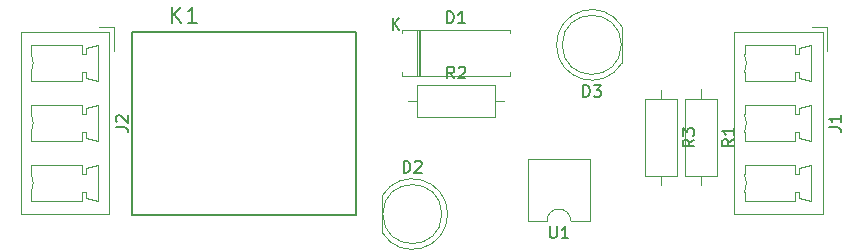
<source format=gbr>
%TF.GenerationSoftware,KiCad,Pcbnew,8.0.2*%
%TF.CreationDate,2024-06-20T13:36:58+03:00*%
%TF.ProjectId,r_le,72f66c65-2e6b-4696-9361-645f70636258,rev?*%
%TF.SameCoordinates,Original*%
%TF.FileFunction,Legend,Top*%
%TF.FilePolarity,Positive*%
%FSLAX46Y46*%
G04 Gerber Fmt 4.6, Leading zero omitted, Abs format (unit mm)*
G04 Created by KiCad (PCBNEW 8.0.2) date 2024-06-20 13:36:58*
%MOMM*%
%LPD*%
G01*
G04 APERTURE LIST*
%ADD10C,0.150000*%
%ADD11C,0.120000*%
%ADD12C,0.127000*%
G04 APERTURE END LIST*
D10*
X58730219Y11161733D02*
X58254028Y10828400D01*
X58730219Y10590305D02*
X57730219Y10590305D01*
X57730219Y10590305D02*
X57730219Y10971257D01*
X57730219Y10971257D02*
X57777838Y11066495D01*
X57777838Y11066495D02*
X57825457Y11114114D01*
X57825457Y11114114D02*
X57920695Y11161733D01*
X57920695Y11161733D02*
X58063552Y11161733D01*
X58063552Y11161733D02*
X58158790Y11114114D01*
X58158790Y11114114D02*
X58206409Y11066495D01*
X58206409Y11066495D02*
X58254028Y10971257D01*
X58254028Y10971257D02*
X58254028Y10590305D01*
X57730219Y11495067D02*
X57730219Y12114114D01*
X57730219Y12114114D02*
X58111171Y11780781D01*
X58111171Y11780781D02*
X58111171Y11923638D01*
X58111171Y11923638D02*
X58158790Y12018876D01*
X58158790Y12018876D02*
X58206409Y12066495D01*
X58206409Y12066495D02*
X58301647Y12114114D01*
X58301647Y12114114D02*
X58539742Y12114114D01*
X58539742Y12114114D02*
X58634980Y12066495D01*
X58634980Y12066495D02*
X58682600Y12018876D01*
X58682600Y12018876D02*
X58730219Y11923638D01*
X58730219Y11923638D02*
X58730219Y11637924D01*
X58730219Y11637924D02*
X58682600Y11542686D01*
X58682600Y11542686D02*
X58634980Y11495067D01*
X49304905Y14762180D02*
X49304905Y15762180D01*
X49304905Y15762180D02*
X49543000Y15762180D01*
X49543000Y15762180D02*
X49685857Y15714561D01*
X49685857Y15714561D02*
X49781095Y15619323D01*
X49781095Y15619323D02*
X49828714Y15524085D01*
X49828714Y15524085D02*
X49876333Y15333609D01*
X49876333Y15333609D02*
X49876333Y15190752D01*
X49876333Y15190752D02*
X49828714Y15000276D01*
X49828714Y15000276D02*
X49781095Y14905038D01*
X49781095Y14905038D02*
X49685857Y14809800D01*
X49685857Y14809800D02*
X49543000Y14762180D01*
X49543000Y14762180D02*
X49304905Y14762180D01*
X50209667Y15762180D02*
X50828714Y15762180D01*
X50828714Y15762180D02*
X50495381Y15381228D01*
X50495381Y15381228D02*
X50638238Y15381228D01*
X50638238Y15381228D02*
X50733476Y15333609D01*
X50733476Y15333609D02*
X50781095Y15285990D01*
X50781095Y15285990D02*
X50828714Y15190752D01*
X50828714Y15190752D02*
X50828714Y14952657D01*
X50828714Y14952657D02*
X50781095Y14857419D01*
X50781095Y14857419D02*
X50733476Y14809800D01*
X50733476Y14809800D02*
X50638238Y14762180D01*
X50638238Y14762180D02*
X50352524Y14762180D01*
X50352524Y14762180D02*
X50257286Y14809800D01*
X50257286Y14809800D02*
X50209667Y14857419D01*
X38390533Y16342380D02*
X38057200Y16818571D01*
X37819105Y16342380D02*
X37819105Y17342380D01*
X37819105Y17342380D02*
X38200057Y17342380D01*
X38200057Y17342380D02*
X38295295Y17294761D01*
X38295295Y17294761D02*
X38342914Y17247142D01*
X38342914Y17247142D02*
X38390533Y17151904D01*
X38390533Y17151904D02*
X38390533Y17009047D01*
X38390533Y17009047D02*
X38342914Y16913809D01*
X38342914Y16913809D02*
X38295295Y16866190D01*
X38295295Y16866190D02*
X38200057Y16818571D01*
X38200057Y16818571D02*
X37819105Y16818571D01*
X38771486Y17247142D02*
X38819105Y17294761D01*
X38819105Y17294761D02*
X38914343Y17342380D01*
X38914343Y17342380D02*
X39152438Y17342380D01*
X39152438Y17342380D02*
X39247676Y17294761D01*
X39247676Y17294761D02*
X39295295Y17247142D01*
X39295295Y17247142D02*
X39342914Y17151904D01*
X39342914Y17151904D02*
X39342914Y17056666D01*
X39342914Y17056666D02*
X39295295Y16913809D01*
X39295295Y16913809D02*
X38723867Y16342380D01*
X38723867Y16342380D02*
X39342914Y16342380D01*
X9754619Y12214266D02*
X10468904Y12214266D01*
X10468904Y12214266D02*
X10611761Y12166647D01*
X10611761Y12166647D02*
X10707000Y12071409D01*
X10707000Y12071409D02*
X10754619Y11928552D01*
X10754619Y11928552D02*
X10754619Y11833314D01*
X9849857Y12642838D02*
X9802238Y12690457D01*
X9802238Y12690457D02*
X9754619Y12785695D01*
X9754619Y12785695D02*
X9754619Y13023790D01*
X9754619Y13023790D02*
X9802238Y13119028D01*
X9802238Y13119028D02*
X9849857Y13166647D01*
X9849857Y13166647D02*
X9945095Y13214266D01*
X9945095Y13214266D02*
X10040333Y13214266D01*
X10040333Y13214266D02*
X10183190Y13166647D01*
X10183190Y13166647D02*
X10754619Y12595219D01*
X10754619Y12595219D02*
X10754619Y13214266D01*
X46497495Y3823580D02*
X46497495Y3014057D01*
X46497495Y3014057D02*
X46545114Y2918819D01*
X46545114Y2918819D02*
X46592733Y2871200D01*
X46592733Y2871200D02*
X46687971Y2823580D01*
X46687971Y2823580D02*
X46878447Y2823580D01*
X46878447Y2823580D02*
X46973685Y2871200D01*
X46973685Y2871200D02*
X47021304Y2918819D01*
X47021304Y2918819D02*
X47068923Y3014057D01*
X47068923Y3014057D02*
X47068923Y3823580D01*
X48068923Y2823580D02*
X47497495Y2823580D01*
X47783209Y2823580D02*
X47783209Y3823580D01*
X47783209Y3823580D02*
X47687971Y3680723D01*
X47687971Y3680723D02*
X47592733Y3585485D01*
X47592733Y3585485D02*
X47497495Y3537866D01*
X70130419Y12214266D02*
X70844704Y12214266D01*
X70844704Y12214266D02*
X70987561Y12166647D01*
X70987561Y12166647D02*
X71082800Y12071409D01*
X71082800Y12071409D02*
X71130419Y11928552D01*
X71130419Y11928552D02*
X71130419Y11833314D01*
X71130419Y13214266D02*
X71130419Y12642838D01*
X71130419Y12928552D02*
X70130419Y12928552D01*
X70130419Y12928552D02*
X70273276Y12833314D01*
X70273276Y12833314D02*
X70368514Y12738076D01*
X70368514Y12738076D02*
X70416133Y12642838D01*
X34110705Y8356580D02*
X34110705Y9356580D01*
X34110705Y9356580D02*
X34348800Y9356580D01*
X34348800Y9356580D02*
X34491657Y9308961D01*
X34491657Y9308961D02*
X34586895Y9213723D01*
X34586895Y9213723D02*
X34634514Y9118485D01*
X34634514Y9118485D02*
X34682133Y8928009D01*
X34682133Y8928009D02*
X34682133Y8785152D01*
X34682133Y8785152D02*
X34634514Y8594676D01*
X34634514Y8594676D02*
X34586895Y8499438D01*
X34586895Y8499438D02*
X34491657Y8404200D01*
X34491657Y8404200D02*
X34348800Y8356580D01*
X34348800Y8356580D02*
X34110705Y8356580D01*
X35063086Y9261342D02*
X35110705Y9308961D01*
X35110705Y9308961D02*
X35205943Y9356580D01*
X35205943Y9356580D02*
X35444038Y9356580D01*
X35444038Y9356580D02*
X35539276Y9308961D01*
X35539276Y9308961D02*
X35586895Y9261342D01*
X35586895Y9261342D02*
X35634514Y9166104D01*
X35634514Y9166104D02*
X35634514Y9070866D01*
X35634514Y9070866D02*
X35586895Y8928009D01*
X35586895Y8928009D02*
X35015467Y8356580D01*
X35015467Y8356580D02*
X35634514Y8356580D01*
X14501667Y21008533D02*
X14501667Y22408533D01*
X15301667Y21008533D02*
X14701667Y21808533D01*
X15301667Y22408533D02*
X14501667Y21608533D01*
X16635000Y21008533D02*
X15835000Y21008533D01*
X16235000Y21008533D02*
X16235000Y22408533D01*
X16235000Y22408533D02*
X16101667Y22208533D01*
X16101667Y22208533D02*
X15968334Y22075200D01*
X15968334Y22075200D02*
X15835000Y22008533D01*
X37784105Y21019580D02*
X37784105Y22019580D01*
X37784105Y22019580D02*
X38022200Y22019580D01*
X38022200Y22019580D02*
X38165057Y21971961D01*
X38165057Y21971961D02*
X38260295Y21876723D01*
X38260295Y21876723D02*
X38307914Y21781485D01*
X38307914Y21781485D02*
X38355533Y21591009D01*
X38355533Y21591009D02*
X38355533Y21448152D01*
X38355533Y21448152D02*
X38307914Y21257676D01*
X38307914Y21257676D02*
X38260295Y21162438D01*
X38260295Y21162438D02*
X38165057Y21067200D01*
X38165057Y21067200D02*
X38022200Y21019580D01*
X38022200Y21019580D02*
X37784105Y21019580D01*
X39307914Y21019580D02*
X38736486Y21019580D01*
X39022200Y21019580D02*
X39022200Y22019580D01*
X39022200Y22019580D02*
X38926962Y21876723D01*
X38926962Y21876723D02*
X38831724Y21781485D01*
X38831724Y21781485D02*
X38736486Y21733866D01*
X33180295Y20449580D02*
X33180295Y21449580D01*
X33751723Y20449580D02*
X33323152Y21021009D01*
X33751723Y21449580D02*
X33180295Y20878152D01*
X62095019Y11194133D02*
X61618828Y10860800D01*
X62095019Y10622705D02*
X61095019Y10622705D01*
X61095019Y10622705D02*
X61095019Y11003657D01*
X61095019Y11003657D02*
X61142638Y11098895D01*
X61142638Y11098895D02*
X61190257Y11146514D01*
X61190257Y11146514D02*
X61285495Y11194133D01*
X61285495Y11194133D02*
X61428352Y11194133D01*
X61428352Y11194133D02*
X61523590Y11146514D01*
X61523590Y11146514D02*
X61571209Y11098895D01*
X61571209Y11098895D02*
X61618828Y11003657D01*
X61618828Y11003657D02*
X61618828Y10622705D01*
X62095019Y12146514D02*
X62095019Y11575086D01*
X62095019Y11860800D02*
X61095019Y11860800D01*
X61095019Y11860800D02*
X61237876Y11765562D01*
X61237876Y11765562D02*
X61333114Y11670324D01*
X61333114Y11670324D02*
X61380733Y11575086D01*
D11*
%TO.C,R3*%
X55905400Y15368400D02*
X55905400Y14598400D01*
X57275400Y14598400D02*
X54535400Y14598400D01*
X54535400Y14598400D02*
X54535400Y8058400D01*
X57275400Y8058400D02*
X57275400Y14598400D01*
X54535400Y8058400D02*
X57275400Y8058400D01*
X55905400Y7288400D02*
X55905400Y8058400D01*
%TO.C,D3*%
X52603000Y17632000D02*
X52603000Y20722000D01*
X52603000Y17632170D02*
G75*
G02*
X47053000Y19177462I-2560000J1544830D01*
G01*
X47053000Y19176538D02*
G75*
G02*
X52603000Y20721830I2990000J462D01*
G01*
X52543000Y19177000D02*
G75*
G02*
X47543000Y19177000I-2500000J0D01*
G01*
X47543000Y19177000D02*
G75*
G02*
X52543000Y19177000I2500000J0D01*
G01*
%TO.C,R2*%
X34517200Y14427200D02*
X35287200Y14427200D01*
X35287200Y15797200D02*
X35287200Y13057200D01*
X35287200Y13057200D02*
X41827200Y13057200D01*
X41827200Y15797200D02*
X35287200Y15797200D01*
X41827200Y13057200D02*
X41827200Y15797200D01*
X42597200Y14427200D02*
X41827200Y14427200D01*
%TO.C,J2*%
X1739800Y20277600D02*
X1739800Y4817600D01*
X1739800Y4817600D02*
X9209800Y4817600D01*
X2599800Y19127600D02*
X6899800Y19127600D01*
X2599800Y18377600D02*
X2599800Y19127600D01*
X2599800Y16127600D02*
X2599800Y16877600D01*
X2599800Y14047600D02*
X6899800Y14047600D01*
X2599800Y13297600D02*
X2599800Y14047600D01*
X2599800Y11047600D02*
X2599800Y11797600D01*
X2599800Y8967600D02*
X6899800Y8967600D01*
X2599800Y8217600D02*
X2599800Y8967600D01*
X2599800Y5967600D02*
X2599800Y6717600D01*
X6899800Y19127600D02*
X6899800Y18377600D01*
X6899800Y18377600D02*
X7249800Y18377600D01*
X6899800Y16877600D02*
X6899800Y16127600D01*
X6899800Y16127600D02*
X2599800Y16127600D01*
X6899800Y14047600D02*
X6899800Y13297600D01*
X6899800Y13297600D02*
X7249800Y13297600D01*
X6899800Y11797600D02*
X6899800Y11047600D01*
X6899800Y11047600D02*
X2599800Y11047600D01*
X6899800Y8967600D02*
X6899800Y8217600D01*
X6899800Y8217600D02*
X7249800Y8217600D01*
X6899800Y6717600D02*
X6899800Y5967600D01*
X6899800Y5967600D02*
X2599800Y5967600D01*
X7249800Y18877600D02*
X8249800Y19127600D01*
X7249800Y18377600D02*
X7249800Y18877600D01*
X7249800Y16877600D02*
X6899800Y16877600D01*
X7249800Y16377600D02*
X7249800Y16877600D01*
X7249800Y13797600D02*
X8249800Y14047600D01*
X7249800Y13297600D02*
X7249800Y13797600D01*
X7249800Y11797600D02*
X6899800Y11797600D01*
X7249800Y11297600D02*
X7249800Y11797600D01*
X7249800Y8717600D02*
X8249800Y8967600D01*
X7249800Y8217600D02*
X7249800Y8717600D01*
X7249800Y6717600D02*
X6899800Y6717600D01*
X7249800Y6217600D02*
X7249800Y6717600D01*
X8249800Y19127600D02*
X8249800Y16127600D01*
X8249800Y16127600D02*
X7249800Y16377600D01*
X8249800Y14047600D02*
X8249800Y11047600D01*
X8249800Y11047600D02*
X7249800Y11297600D01*
X8249800Y8967600D02*
X8249800Y5967600D01*
X8249800Y5967600D02*
X7249800Y6217600D01*
X8349800Y20667600D02*
X9599800Y20667600D01*
X9209800Y20277600D02*
X1739800Y20277600D01*
X9209800Y4817600D02*
X9209800Y20277600D01*
X9599800Y20667600D02*
X9599800Y18667600D01*
X2599800Y18377600D02*
G75*
G02*
X2599956Y16877953I-1700000J-750000D01*
G01*
X2599800Y13297600D02*
G75*
G02*
X2599956Y11797953I-1700000J-750000D01*
G01*
X2599800Y8217600D02*
G75*
G02*
X2599956Y6717953I-1700000J-750000D01*
G01*
%TO.C,U1*%
X44609400Y9478400D02*
X44609400Y4278400D01*
X44609400Y4278400D02*
X46259400Y4278400D01*
X48259400Y4278400D02*
X49909400Y4278400D01*
X49909400Y9478400D02*
X44609400Y9478400D01*
X49909400Y4278400D02*
X49909400Y9478400D01*
X46259400Y4278400D02*
G75*
G02*
X48259400Y4278400I1000000J0D01*
G01*
%TO.C,J1*%
X62115600Y20277600D02*
X62115600Y4817600D01*
X62115600Y4817600D02*
X69585600Y4817600D01*
X62975600Y19127600D02*
X67275600Y19127600D01*
X62975600Y18377600D02*
X62975600Y19127600D01*
X62975600Y16127600D02*
X62975600Y16877600D01*
X62975600Y14047600D02*
X67275600Y14047600D01*
X62975600Y13297600D02*
X62975600Y14047600D01*
X62975600Y11047600D02*
X62975600Y11797600D01*
X62975600Y8967600D02*
X67275600Y8967600D01*
X62975600Y8217600D02*
X62975600Y8967600D01*
X62975600Y5967600D02*
X62975600Y6717600D01*
X67275600Y19127600D02*
X67275600Y18377600D01*
X67275600Y18377600D02*
X67625600Y18377600D01*
X67275600Y16877600D02*
X67275600Y16127600D01*
X67275600Y16127600D02*
X62975600Y16127600D01*
X67275600Y14047600D02*
X67275600Y13297600D01*
X67275600Y13297600D02*
X67625600Y13297600D01*
X67275600Y11797600D02*
X67275600Y11047600D01*
X67275600Y11047600D02*
X62975600Y11047600D01*
X67275600Y8967600D02*
X67275600Y8217600D01*
X67275600Y8217600D02*
X67625600Y8217600D01*
X67275600Y6717600D02*
X67275600Y5967600D01*
X67275600Y5967600D02*
X62975600Y5967600D01*
X67625600Y18877600D02*
X68625600Y19127600D01*
X67625600Y18377600D02*
X67625600Y18877600D01*
X67625600Y16877600D02*
X67275600Y16877600D01*
X67625600Y16377600D02*
X67625600Y16877600D01*
X67625600Y13797600D02*
X68625600Y14047600D01*
X67625600Y13297600D02*
X67625600Y13797600D01*
X67625600Y11797600D02*
X67275600Y11797600D01*
X67625600Y11297600D02*
X67625600Y11797600D01*
X67625600Y8717600D02*
X68625600Y8967600D01*
X67625600Y8217600D02*
X67625600Y8717600D01*
X67625600Y6717600D02*
X67275600Y6717600D01*
X67625600Y6217600D02*
X67625600Y6717600D01*
X68625600Y19127600D02*
X68625600Y16127600D01*
X68625600Y16127600D02*
X67625600Y16377600D01*
X68625600Y14047600D02*
X68625600Y11047600D01*
X68625600Y11047600D02*
X67625600Y11297600D01*
X68625600Y8967600D02*
X68625600Y5967600D01*
X68625600Y5967600D02*
X67625600Y6217600D01*
X68725600Y20667600D02*
X69975600Y20667600D01*
X69585600Y20277600D02*
X62115600Y20277600D01*
X69585600Y4817600D02*
X69585600Y20277600D01*
X69975600Y20667600D02*
X69975600Y18667600D01*
X62975600Y18377600D02*
G75*
G02*
X62975756Y16877953I-1700000J-750000D01*
G01*
X62975600Y13297600D02*
G75*
G02*
X62975756Y11797953I-1700000J-750000D01*
G01*
X62975600Y8217600D02*
G75*
G02*
X62975756Y6717953I-1700000J-750000D01*
G01*
%TO.C,D2*%
X32288800Y6396400D02*
X32288800Y3306400D01*
X32288800Y6396230D02*
G75*
G02*
X37838800Y4850938I2560000J-1544830D01*
G01*
X37838800Y4851862D02*
G75*
G02*
X32288800Y3306570I-2990000J-462D01*
G01*
X37348800Y4851400D02*
G75*
G02*
X32348800Y4851400I-2500000J0D01*
G01*
X32348800Y4851400D02*
G75*
G02*
X37348800Y4851400I2500000J0D01*
G01*
D12*
%TO.C,K1*%
X11090000Y20259400D02*
X30090000Y20259400D01*
X11090000Y4759400D02*
X11090000Y20259400D01*
X30090000Y20259400D02*
X30090000Y4759400D01*
X30090000Y4759400D02*
X11090000Y4759400D01*
D11*
%TO.C,D1*%
X33952200Y20474400D02*
X43092200Y20474400D01*
X33952200Y20144400D02*
X33952200Y20474400D01*
X33952200Y16864400D02*
X33952200Y16534400D01*
X33952200Y16534400D02*
X43092200Y16534400D01*
X35287200Y20474400D02*
X35287200Y16534400D01*
X35407200Y20474400D02*
X35407200Y16534400D01*
X35527200Y20474400D02*
X35527200Y16534400D01*
X43092200Y20474400D02*
X43092200Y20144400D01*
X43092200Y16534400D02*
X43092200Y16864400D01*
%TO.C,R1*%
X57900200Y14630800D02*
X57900200Y8090800D01*
X57900200Y8090800D02*
X60640200Y8090800D01*
X59270200Y15400800D02*
X59270200Y14630800D01*
X59270200Y7320800D02*
X59270200Y8090800D01*
X60640200Y14630800D02*
X57900200Y14630800D01*
X60640200Y8090800D02*
X60640200Y14630800D01*
%TD*%
M02*

</source>
